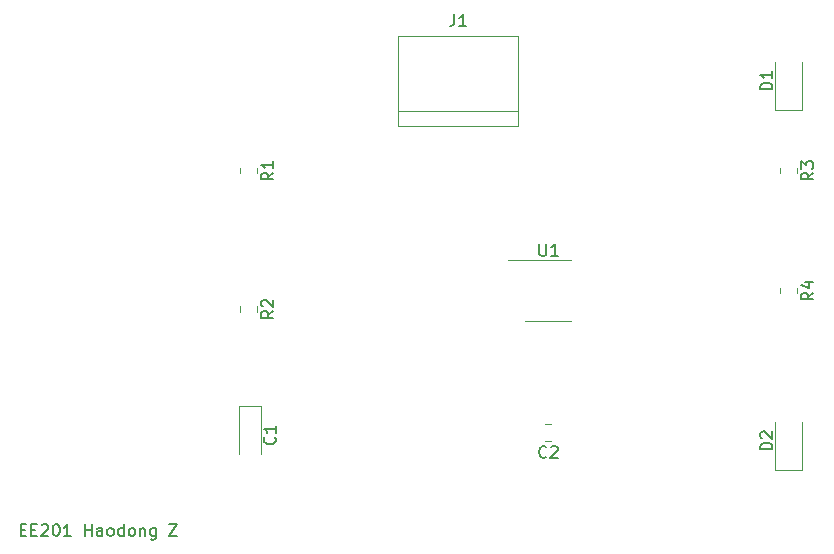
<source format=gbr>
%TF.GenerationSoftware,KiCad,Pcbnew,(6.0.10)*%
%TF.CreationDate,2023-02-17T15:36:48-08:00*%
%TF.ProjectId,Exercise 2,45786572-6369-4736-9520-322e6b696361,rev?*%
%TF.SameCoordinates,Original*%
%TF.FileFunction,Legend,Top*%
%TF.FilePolarity,Positive*%
%FSLAX46Y46*%
G04 Gerber Fmt 4.6, Leading zero omitted, Abs format (unit mm)*
G04 Created by KiCad (PCBNEW (6.0.10)) date 2023-02-17 15:36:48*
%MOMM*%
%LPD*%
G01*
G04 APERTURE LIST*
%ADD10C,0.150000*%
%ADD11C,0.120000*%
G04 APERTURE END LIST*
D10*
X105188571Y-91368571D02*
X105521904Y-91368571D01*
X105664761Y-91892380D02*
X105188571Y-91892380D01*
X105188571Y-90892380D01*
X105664761Y-90892380D01*
X106093333Y-91368571D02*
X106426666Y-91368571D01*
X106569523Y-91892380D02*
X106093333Y-91892380D01*
X106093333Y-90892380D01*
X106569523Y-90892380D01*
X106950476Y-90987619D02*
X106998095Y-90940000D01*
X107093333Y-90892380D01*
X107331428Y-90892380D01*
X107426666Y-90940000D01*
X107474285Y-90987619D01*
X107521904Y-91082857D01*
X107521904Y-91178095D01*
X107474285Y-91320952D01*
X106902857Y-91892380D01*
X107521904Y-91892380D01*
X108140952Y-90892380D02*
X108236190Y-90892380D01*
X108331428Y-90940000D01*
X108379047Y-90987619D01*
X108426666Y-91082857D01*
X108474285Y-91273333D01*
X108474285Y-91511428D01*
X108426666Y-91701904D01*
X108379047Y-91797142D01*
X108331428Y-91844761D01*
X108236190Y-91892380D01*
X108140952Y-91892380D01*
X108045714Y-91844761D01*
X107998095Y-91797142D01*
X107950476Y-91701904D01*
X107902857Y-91511428D01*
X107902857Y-91273333D01*
X107950476Y-91082857D01*
X107998095Y-90987619D01*
X108045714Y-90940000D01*
X108140952Y-90892380D01*
X109426666Y-91892380D02*
X108855238Y-91892380D01*
X109140952Y-91892380D02*
X109140952Y-90892380D01*
X109045714Y-91035238D01*
X108950476Y-91130476D01*
X108855238Y-91178095D01*
X110617142Y-91892380D02*
X110617142Y-90892380D01*
X110617142Y-91368571D02*
X111188571Y-91368571D01*
X111188571Y-91892380D02*
X111188571Y-90892380D01*
X112093333Y-91892380D02*
X112093333Y-91368571D01*
X112045714Y-91273333D01*
X111950476Y-91225714D01*
X111760000Y-91225714D01*
X111664761Y-91273333D01*
X112093333Y-91844761D02*
X111998095Y-91892380D01*
X111760000Y-91892380D01*
X111664761Y-91844761D01*
X111617142Y-91749523D01*
X111617142Y-91654285D01*
X111664761Y-91559047D01*
X111760000Y-91511428D01*
X111998095Y-91511428D01*
X112093333Y-91463809D01*
X112712380Y-91892380D02*
X112617142Y-91844761D01*
X112569523Y-91797142D01*
X112521904Y-91701904D01*
X112521904Y-91416190D01*
X112569523Y-91320952D01*
X112617142Y-91273333D01*
X112712380Y-91225714D01*
X112855238Y-91225714D01*
X112950476Y-91273333D01*
X112998095Y-91320952D01*
X113045714Y-91416190D01*
X113045714Y-91701904D01*
X112998095Y-91797142D01*
X112950476Y-91844761D01*
X112855238Y-91892380D01*
X112712380Y-91892380D01*
X113902857Y-91892380D02*
X113902857Y-90892380D01*
X113902857Y-91844761D02*
X113807619Y-91892380D01*
X113617142Y-91892380D01*
X113521904Y-91844761D01*
X113474285Y-91797142D01*
X113426666Y-91701904D01*
X113426666Y-91416190D01*
X113474285Y-91320952D01*
X113521904Y-91273333D01*
X113617142Y-91225714D01*
X113807619Y-91225714D01*
X113902857Y-91273333D01*
X114521904Y-91892380D02*
X114426666Y-91844761D01*
X114379047Y-91797142D01*
X114331428Y-91701904D01*
X114331428Y-91416190D01*
X114379047Y-91320952D01*
X114426666Y-91273333D01*
X114521904Y-91225714D01*
X114664761Y-91225714D01*
X114760000Y-91273333D01*
X114807619Y-91320952D01*
X114855238Y-91416190D01*
X114855238Y-91701904D01*
X114807619Y-91797142D01*
X114760000Y-91844761D01*
X114664761Y-91892380D01*
X114521904Y-91892380D01*
X115283809Y-91225714D02*
X115283809Y-91892380D01*
X115283809Y-91320952D02*
X115331428Y-91273333D01*
X115426666Y-91225714D01*
X115569523Y-91225714D01*
X115664761Y-91273333D01*
X115712380Y-91368571D01*
X115712380Y-91892380D01*
X116617142Y-91225714D02*
X116617142Y-92035238D01*
X116569523Y-92130476D01*
X116521904Y-92178095D01*
X116426666Y-92225714D01*
X116283809Y-92225714D01*
X116188571Y-92178095D01*
X116617142Y-91844761D02*
X116521904Y-91892380D01*
X116331428Y-91892380D01*
X116236190Y-91844761D01*
X116188571Y-91797142D01*
X116140952Y-91701904D01*
X116140952Y-91416190D01*
X116188571Y-91320952D01*
X116236190Y-91273333D01*
X116331428Y-91225714D01*
X116521904Y-91225714D01*
X116617142Y-91273333D01*
X117760000Y-90892380D02*
X118426666Y-90892380D01*
X117760000Y-91892380D01*
X118426666Y-91892380D01*
%TO.C,R4*%
X172282380Y-71286666D02*
X171806190Y-71620000D01*
X172282380Y-71858095D02*
X171282380Y-71858095D01*
X171282380Y-71477142D01*
X171330000Y-71381904D01*
X171377619Y-71334285D01*
X171472857Y-71286666D01*
X171615714Y-71286666D01*
X171710952Y-71334285D01*
X171758571Y-71381904D01*
X171806190Y-71477142D01*
X171806190Y-71858095D01*
X171615714Y-70429523D02*
X172282380Y-70429523D01*
X171234761Y-70667619D02*
X171949047Y-70905714D01*
X171949047Y-70286666D01*
%TO.C,C2*%
X149693333Y-85192142D02*
X149645714Y-85239761D01*
X149502857Y-85287380D01*
X149407619Y-85287380D01*
X149264761Y-85239761D01*
X149169523Y-85144523D01*
X149121904Y-85049285D01*
X149074285Y-84858809D01*
X149074285Y-84715952D01*
X149121904Y-84525476D01*
X149169523Y-84430238D01*
X149264761Y-84335000D01*
X149407619Y-84287380D01*
X149502857Y-84287380D01*
X149645714Y-84335000D01*
X149693333Y-84382619D01*
X150074285Y-84382619D02*
X150121904Y-84335000D01*
X150217142Y-84287380D01*
X150455238Y-84287380D01*
X150550476Y-84335000D01*
X150598095Y-84382619D01*
X150645714Y-84477857D01*
X150645714Y-84573095D01*
X150598095Y-84715952D01*
X150026666Y-85287380D01*
X150645714Y-85287380D01*
%TO.C,D2*%
X168812380Y-84558095D02*
X167812380Y-84558095D01*
X167812380Y-84320000D01*
X167860000Y-84177142D01*
X167955238Y-84081904D01*
X168050476Y-84034285D01*
X168240952Y-83986666D01*
X168383809Y-83986666D01*
X168574285Y-84034285D01*
X168669523Y-84081904D01*
X168764761Y-84177142D01*
X168812380Y-84320000D01*
X168812380Y-84558095D01*
X167907619Y-83605714D02*
X167860000Y-83558095D01*
X167812380Y-83462857D01*
X167812380Y-83224761D01*
X167860000Y-83129523D01*
X167907619Y-83081904D01*
X168002857Y-83034285D01*
X168098095Y-83034285D01*
X168240952Y-83081904D01*
X168812380Y-83653333D01*
X168812380Y-83034285D01*
%TO.C,J1*%
X141906666Y-47712380D02*
X141906666Y-48426666D01*
X141859047Y-48569523D01*
X141763809Y-48664761D01*
X141620952Y-48712380D01*
X141525714Y-48712380D01*
X142906666Y-48712380D02*
X142335238Y-48712380D01*
X142620952Y-48712380D02*
X142620952Y-47712380D01*
X142525714Y-47855238D01*
X142430476Y-47950476D01*
X142335238Y-47998095D01*
%TO.C,C1*%
X126677142Y-83526666D02*
X126724761Y-83574285D01*
X126772380Y-83717142D01*
X126772380Y-83812380D01*
X126724761Y-83955238D01*
X126629523Y-84050476D01*
X126534285Y-84098095D01*
X126343809Y-84145714D01*
X126200952Y-84145714D01*
X126010476Y-84098095D01*
X125915238Y-84050476D01*
X125820000Y-83955238D01*
X125772380Y-83812380D01*
X125772380Y-83717142D01*
X125820000Y-83574285D01*
X125867619Y-83526666D01*
X126772380Y-82574285D02*
X126772380Y-83145714D01*
X126772380Y-82860000D02*
X125772380Y-82860000D01*
X125915238Y-82955238D01*
X126010476Y-83050476D01*
X126058095Y-83145714D01*
%TO.C,R3*%
X172282380Y-61126666D02*
X171806190Y-61460000D01*
X172282380Y-61698095D02*
X171282380Y-61698095D01*
X171282380Y-61317142D01*
X171330000Y-61221904D01*
X171377619Y-61174285D01*
X171472857Y-61126666D01*
X171615714Y-61126666D01*
X171710952Y-61174285D01*
X171758571Y-61221904D01*
X171806190Y-61317142D01*
X171806190Y-61698095D01*
X171282380Y-60793333D02*
X171282380Y-60174285D01*
X171663333Y-60507619D01*
X171663333Y-60364761D01*
X171710952Y-60269523D01*
X171758571Y-60221904D01*
X171853809Y-60174285D01*
X172091904Y-60174285D01*
X172187142Y-60221904D01*
X172234761Y-60269523D01*
X172282380Y-60364761D01*
X172282380Y-60650476D01*
X172234761Y-60745714D01*
X172187142Y-60793333D01*
%TO.C,R2*%
X126562380Y-72826666D02*
X126086190Y-73160000D01*
X126562380Y-73398095D02*
X125562380Y-73398095D01*
X125562380Y-73017142D01*
X125610000Y-72921904D01*
X125657619Y-72874285D01*
X125752857Y-72826666D01*
X125895714Y-72826666D01*
X125990952Y-72874285D01*
X126038571Y-72921904D01*
X126086190Y-73017142D01*
X126086190Y-73398095D01*
X125657619Y-72445714D02*
X125610000Y-72398095D01*
X125562380Y-72302857D01*
X125562380Y-72064761D01*
X125610000Y-71969523D01*
X125657619Y-71921904D01*
X125752857Y-71874285D01*
X125848095Y-71874285D01*
X125990952Y-71921904D01*
X126562380Y-72493333D01*
X126562380Y-71874285D01*
%TO.C,U1*%
X149098095Y-67172380D02*
X149098095Y-67981904D01*
X149145714Y-68077142D01*
X149193333Y-68124761D01*
X149288571Y-68172380D01*
X149479047Y-68172380D01*
X149574285Y-68124761D01*
X149621904Y-68077142D01*
X149669523Y-67981904D01*
X149669523Y-67172380D01*
X150669523Y-68172380D02*
X150098095Y-68172380D01*
X150383809Y-68172380D02*
X150383809Y-67172380D01*
X150288571Y-67315238D01*
X150193333Y-67410476D01*
X150098095Y-67458095D01*
%TO.C,D1*%
X168812380Y-54078095D02*
X167812380Y-54078095D01*
X167812380Y-53840000D01*
X167860000Y-53697142D01*
X167955238Y-53601904D01*
X168050476Y-53554285D01*
X168240952Y-53506666D01*
X168383809Y-53506666D01*
X168574285Y-53554285D01*
X168669523Y-53601904D01*
X168764761Y-53697142D01*
X168812380Y-53840000D01*
X168812380Y-54078095D01*
X168812380Y-52554285D02*
X168812380Y-53125714D01*
X168812380Y-52840000D02*
X167812380Y-52840000D01*
X167955238Y-52935238D01*
X168050476Y-53030476D01*
X168098095Y-53125714D01*
%TO.C,R1*%
X126562380Y-61126666D02*
X126086190Y-61460000D01*
X126562380Y-61698095D02*
X125562380Y-61698095D01*
X125562380Y-61317142D01*
X125610000Y-61221904D01*
X125657619Y-61174285D01*
X125752857Y-61126666D01*
X125895714Y-61126666D01*
X125990952Y-61174285D01*
X126038571Y-61221904D01*
X126086190Y-61317142D01*
X126086190Y-61698095D01*
X126562380Y-60174285D02*
X126562380Y-60745714D01*
X126562380Y-60460000D02*
X125562380Y-60460000D01*
X125705238Y-60555238D01*
X125800476Y-60650476D01*
X125848095Y-60745714D01*
D11*
%TO.C,R4*%
X169445000Y-70892936D02*
X169445000Y-71347064D01*
X170915000Y-70892936D02*
X170915000Y-71347064D01*
%TO.C,C2*%
X150121252Y-83890000D02*
X149598748Y-83890000D01*
X150121252Y-82420000D02*
X149598748Y-82420000D01*
%TO.C,D2*%
X169045000Y-82220000D02*
X169045000Y-86280000D01*
X169045000Y-86280000D02*
X171315000Y-86280000D01*
X171315000Y-86280000D02*
X171315000Y-82220000D01*
%TO.C,J1*%
X147320000Y-55880000D02*
X137160000Y-55880000D01*
X137160000Y-49530000D02*
X137160000Y-57150000D01*
X147320000Y-57150000D02*
X147320000Y-49530000D01*
X137160000Y-57150000D02*
X147320000Y-57150000D01*
X147320000Y-49530000D02*
X137160000Y-49530000D01*
%TO.C,C1*%
X125505000Y-80875000D02*
X123635000Y-80875000D01*
X125505000Y-84960000D02*
X125505000Y-80875000D01*
X123635000Y-80875000D02*
X123635000Y-84960000D01*
%TO.C,R3*%
X170915000Y-60732936D02*
X170915000Y-61187064D01*
X169445000Y-60732936D02*
X169445000Y-61187064D01*
%TO.C,R2*%
X125195000Y-72432936D02*
X125195000Y-72887064D01*
X123725000Y-72432936D02*
X123725000Y-72887064D01*
%TO.C,U1*%
X149860000Y-68560000D02*
X151810000Y-68560000D01*
X149860000Y-68560000D02*
X146410000Y-68560000D01*
X149860000Y-73680000D02*
X151810000Y-73680000D01*
X149860000Y-73680000D02*
X147910000Y-73680000D01*
%TO.C,D1*%
X169045000Y-51740000D02*
X169045000Y-55800000D01*
X169045000Y-55800000D02*
X171315000Y-55800000D01*
X171315000Y-55800000D02*
X171315000Y-51740000D01*
%TO.C,R1*%
X125195000Y-60732936D02*
X125195000Y-61187064D01*
X123725000Y-60732936D02*
X123725000Y-61187064D01*
%TD*%
M02*

</source>
